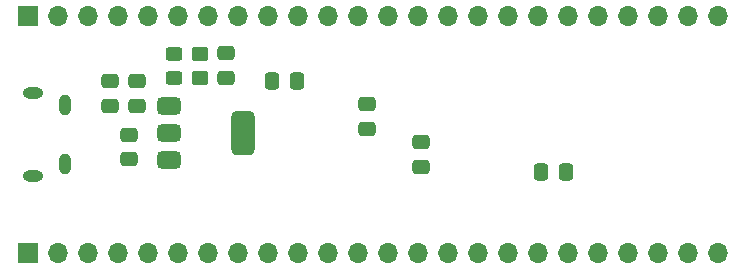
<source format=gbr>
%TF.GenerationSoftware,KiCad,Pcbnew,8.0.5*%
%TF.CreationDate,2024-12-22T00:31:45-07:00*%
%TF.ProjectId,2024_11_STM32F303_DaisyShape_v1_3,32303234-5f31-4315-9f53-544d33324633,rev?*%
%TF.SameCoordinates,Original*%
%TF.FileFunction,Soldermask,Bot*%
%TF.FilePolarity,Negative*%
%FSLAX46Y46*%
G04 Gerber Fmt 4.6, Leading zero omitted, Abs format (unit mm)*
G04 Created by KiCad (PCBNEW 8.0.5) date 2024-12-22 00:31:45*
%MOMM*%
%LPD*%
G01*
G04 APERTURE LIST*
G04 Aperture macros list*
%AMRoundRect*
0 Rectangle with rounded corners*
0 $1 Rounding radius*
0 $2 $3 $4 $5 $6 $7 $8 $9 X,Y pos of 4 corners*
0 Add a 4 corners polygon primitive as box body*
4,1,4,$2,$3,$4,$5,$6,$7,$8,$9,$2,$3,0*
0 Add four circle primitives for the rounded corners*
1,1,$1+$1,$2,$3*
1,1,$1+$1,$4,$5*
1,1,$1+$1,$6,$7*
1,1,$1+$1,$8,$9*
0 Add four rect primitives between the rounded corners*
20,1,$1+$1,$2,$3,$4,$5,0*
20,1,$1+$1,$4,$5,$6,$7,0*
20,1,$1+$1,$6,$7,$8,$9,0*
20,1,$1+$1,$8,$9,$2,$3,0*%
G04 Aperture macros list end*
%ADD10O,1.004000X1.804000*%
%ADD11O,1.704000X0.954000*%
%ADD12R,1.700000X1.700000*%
%ADD13O,1.700000X1.700000*%
%ADD14RoundRect,0.250000X-0.475000X0.337500X-0.475000X-0.337500X0.475000X-0.337500X0.475000X0.337500X0*%
%ADD15RoundRect,0.250000X0.475000X-0.337500X0.475000X0.337500X-0.475000X0.337500X-0.475000X-0.337500X0*%
%ADD16RoundRect,0.250000X0.337500X0.475000X-0.337500X0.475000X-0.337500X-0.475000X0.337500X-0.475000X0*%
%ADD17RoundRect,0.250000X-0.450000X0.350000X-0.450000X-0.350000X0.450000X-0.350000X0.450000X0.350000X0*%
%ADD18RoundRect,0.250000X0.450000X-0.325000X0.450000X0.325000X-0.450000X0.325000X-0.450000X-0.325000X0*%
%ADD19RoundRect,0.375000X-0.625000X-0.375000X0.625000X-0.375000X0.625000X0.375000X-0.625000X0.375000X0*%
%ADD20RoundRect,0.500000X-0.500000X-1.400000X0.500000X-1.400000X0.500000X1.400000X-0.500000X1.400000X0*%
G04 APERTURE END LIST*
D10*
%TO.C,J1*%
X109850000Y-51000000D03*
X109850000Y-56000000D03*
D11*
X107150000Y-49975000D03*
X107150000Y-57025000D03*
%TD*%
D12*
%TO.C,J4*%
X106675000Y-63495000D03*
D13*
X109215000Y-63495000D03*
X111755000Y-63495000D03*
X114295000Y-63495000D03*
X116835000Y-63495000D03*
X119375000Y-63495000D03*
X121915000Y-63495000D03*
X124455000Y-63495000D03*
X126995000Y-63495000D03*
X129535000Y-63495000D03*
X132075000Y-63495000D03*
X134615000Y-63495000D03*
X137155000Y-63495000D03*
X139695000Y-63495000D03*
X142235000Y-63495000D03*
X144775000Y-63495000D03*
X147315000Y-63495000D03*
X149855000Y-63495000D03*
X152395000Y-63495000D03*
X154935000Y-63495000D03*
X157475000Y-63495000D03*
X160015000Y-63495000D03*
X162555000Y-63495000D03*
X165095000Y-63495000D03*
%TD*%
D12*
%TO.C,J5*%
X106675000Y-43495000D03*
D13*
X109215000Y-43495000D03*
X111755000Y-43495000D03*
X114295000Y-43495000D03*
X116835000Y-43495000D03*
X119375000Y-43495000D03*
X121915000Y-43495000D03*
X124455000Y-43495000D03*
X126995000Y-43495000D03*
X129535000Y-43495000D03*
X132075000Y-43495000D03*
X134615000Y-43495000D03*
X137155000Y-43495000D03*
X139695000Y-43495000D03*
X142235000Y-43495000D03*
X144775000Y-43495000D03*
X147315000Y-43495000D03*
X149855000Y-43495000D03*
X152395000Y-43495000D03*
X154935000Y-43495000D03*
X157475000Y-43495000D03*
X160015000Y-43495000D03*
X162555000Y-43495000D03*
X165095000Y-43495000D03*
%TD*%
D14*
%TO.C,C18*%
X115230000Y-53525000D03*
X115230000Y-55600000D03*
%TD*%
D15*
%TO.C,C17*%
X123475000Y-48712500D03*
X123475000Y-46637500D03*
%TD*%
D16*
%TO.C,C5*%
X129437500Y-48950000D03*
X127362500Y-48950000D03*
%TD*%
%TO.C,C21*%
X152212500Y-56650000D03*
X150137500Y-56650000D03*
%TD*%
D17*
%TO.C,R5*%
X121275000Y-46725000D03*
X121275000Y-48725000D03*
%TD*%
D15*
%TO.C,C15*%
X115900000Y-51062500D03*
X115900000Y-48987500D03*
%TD*%
%TO.C,C6*%
X135375000Y-53012500D03*
X135375000Y-50937500D03*
%TD*%
D18*
%TO.C,D3*%
X119075000Y-48700000D03*
X119075000Y-46650000D03*
%TD*%
D15*
%TO.C,C4*%
X139970000Y-56225000D03*
X139970000Y-54150000D03*
%TD*%
D19*
%TO.C,U4*%
X118625000Y-55687500D03*
X118625000Y-53387500D03*
D20*
X124925000Y-53387500D03*
D19*
X118625000Y-51087500D03*
%TD*%
D15*
%TO.C,C16*%
X113600000Y-51062500D03*
X113600000Y-48987500D03*
%TD*%
M02*

</source>
